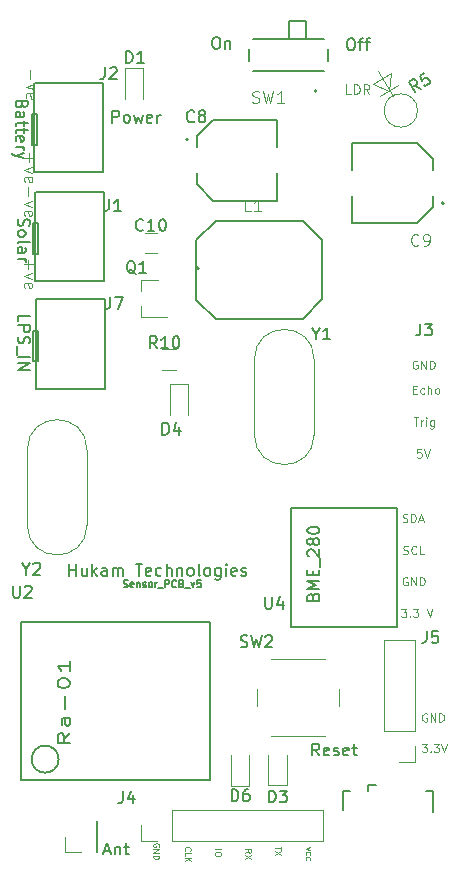
<source format=gto>
G04 #@! TF.GenerationSoftware,KiCad,Pcbnew,5.1.7-a382d34a8~88~ubuntu18.04.1*
G04 #@! TF.CreationDate,2021-05-31T17:25:42+05:30*
G04 #@! TF.ProjectId,Sensor_PCB_v5,53656e73-6f72-45f5-9043-425f76352e6b,rev?*
G04 #@! TF.SameCoordinates,Original*
G04 #@! TF.FileFunction,Legend,Top*
G04 #@! TF.FilePolarity,Positive*
%FSLAX46Y46*%
G04 Gerber Fmt 4.6, Leading zero omitted, Abs format (unit mm)*
G04 Created by KiCad (PCBNEW 5.1.7-a382d34a8~88~ubuntu18.04.1) date 2021-05-31 17:25:42*
%MOMM*%
%LPD*%
G01*
G04 APERTURE LIST*
%ADD10C,0.150000*%
%ADD11C,0.100000*%
%ADD12C,0.080000*%
%ADD13C,0.200000*%
%ADD14C,0.127000*%
%ADD15C,0.120000*%
%ADD16C,0.015000*%
G04 APERTURE END LIST*
D10*
X23923999Y-43991756D02*
X23923999Y-43515565D01*
X24923999Y-43515565D01*
X23923999Y-44325089D02*
X24923999Y-44325089D01*
X24923999Y-44706041D01*
X24876380Y-44801280D01*
X24828760Y-44848899D01*
X24733522Y-44896518D01*
X24590665Y-44896518D01*
X24495427Y-44848899D01*
X24447808Y-44801280D01*
X24400189Y-44706041D01*
X24400189Y-44325089D01*
X23971618Y-45277470D02*
X23923999Y-45420327D01*
X23923999Y-45658422D01*
X23971618Y-45753660D01*
X24019237Y-45801280D01*
X24114475Y-45848899D01*
X24209713Y-45848899D01*
X24304951Y-45801280D01*
X24352570Y-45753660D01*
X24400189Y-45658422D01*
X24447808Y-45467946D01*
X24495427Y-45372708D01*
X24543046Y-45325089D01*
X24638284Y-45277470D01*
X24733522Y-45277470D01*
X24828760Y-45325089D01*
X24876380Y-45372708D01*
X24923999Y-45467946D01*
X24923999Y-45706041D01*
X24876380Y-45848899D01*
X23828760Y-46039375D02*
X23828760Y-46801280D01*
X23923999Y-47039375D02*
X24923999Y-47039375D01*
X23923999Y-47515565D02*
X24923999Y-47515565D01*
X23923999Y-48086994D01*
X24923999Y-48086994D01*
D11*
X58052986Y-54821026D02*
X57719653Y-54821026D01*
X57686320Y-55154360D01*
X57719653Y-55121026D01*
X57786320Y-55087693D01*
X57952986Y-55087693D01*
X58019653Y-55121026D01*
X58052986Y-55154360D01*
X58086320Y-55221026D01*
X58086320Y-55387693D01*
X58052986Y-55454360D01*
X58019653Y-55487693D01*
X57952986Y-55521026D01*
X57786320Y-55521026D01*
X57719653Y-55487693D01*
X57686320Y-55454360D01*
X58286320Y-54821026D02*
X58519653Y-55521026D01*
X58752986Y-54821026D01*
X57405700Y-52126086D02*
X57805700Y-52126086D01*
X57605700Y-52826086D02*
X57605700Y-52126086D01*
X58039033Y-52826086D02*
X58039033Y-52359420D01*
X58039033Y-52492753D02*
X58072366Y-52426086D01*
X58105700Y-52392753D01*
X58172366Y-52359420D01*
X58239033Y-52359420D01*
X58472366Y-52826086D02*
X58472366Y-52359420D01*
X58472366Y-52126086D02*
X58439033Y-52159420D01*
X58472366Y-52192753D01*
X58505700Y-52159420D01*
X58472366Y-52126086D01*
X58472366Y-52192753D01*
X59105700Y-52359420D02*
X59105700Y-52926086D01*
X59072366Y-52992753D01*
X59039033Y-53026086D01*
X58972366Y-53059420D01*
X58872366Y-53059420D01*
X58805700Y-53026086D01*
X59105700Y-52792753D02*
X59039033Y-52826086D01*
X58905700Y-52826086D01*
X58839033Y-52792753D01*
X58805700Y-52759420D01*
X58772366Y-52692753D01*
X58772366Y-52492753D01*
X58805700Y-52426086D01*
X58839033Y-52392753D01*
X58905700Y-52359420D01*
X59039033Y-52359420D01*
X59105700Y-52392753D01*
X57379846Y-49751780D02*
X57613180Y-49751780D01*
X57713180Y-50118446D02*
X57379846Y-50118446D01*
X57379846Y-49418446D01*
X57713180Y-49418446D01*
X58313180Y-50085113D02*
X58246513Y-50118446D01*
X58113180Y-50118446D01*
X58046513Y-50085113D01*
X58013180Y-50051780D01*
X57979846Y-49985113D01*
X57979846Y-49785113D01*
X58013180Y-49718446D01*
X58046513Y-49685113D01*
X58113180Y-49651780D01*
X58246513Y-49651780D01*
X58313180Y-49685113D01*
X58613180Y-50118446D02*
X58613180Y-49418446D01*
X58913180Y-50118446D02*
X58913180Y-49751780D01*
X58879846Y-49685113D01*
X58813180Y-49651780D01*
X58713180Y-49651780D01*
X58646513Y-49685113D01*
X58613180Y-49718446D01*
X59346513Y-50118446D02*
X59279846Y-50085113D01*
X59246513Y-50051780D01*
X59213180Y-49985113D01*
X59213180Y-49785113D01*
X59246513Y-49718446D01*
X59279846Y-49685113D01*
X59346513Y-49651780D01*
X59446513Y-49651780D01*
X59513180Y-49685113D01*
X59546513Y-49718446D01*
X59579846Y-49785113D01*
X59579846Y-49985113D01*
X59546513Y-50051780D01*
X59513180Y-50085113D01*
X59446513Y-50118446D01*
X59346513Y-50118446D01*
X58125806Y-79768906D02*
X58559140Y-79768906D01*
X58325806Y-80035573D01*
X58425806Y-80035573D01*
X58492473Y-80068906D01*
X58525806Y-80102240D01*
X58559140Y-80168906D01*
X58559140Y-80335573D01*
X58525806Y-80402240D01*
X58492473Y-80435573D01*
X58425806Y-80468906D01*
X58225806Y-80468906D01*
X58159140Y-80435573D01*
X58125806Y-80402240D01*
X58859140Y-80402240D02*
X58892473Y-80435573D01*
X58859140Y-80468906D01*
X58825806Y-80435573D01*
X58859140Y-80402240D01*
X58859140Y-80468906D01*
X59125806Y-79768906D02*
X59559140Y-79768906D01*
X59325806Y-80035573D01*
X59425806Y-80035573D01*
X59492473Y-80068906D01*
X59525806Y-80102240D01*
X59559140Y-80168906D01*
X59559140Y-80335573D01*
X59525806Y-80402240D01*
X59492473Y-80435573D01*
X59425806Y-80468906D01*
X59225806Y-80468906D01*
X59159140Y-80435573D01*
X59125806Y-80402240D01*
X59759140Y-79768906D02*
X59992473Y-80468906D01*
X60225806Y-79768906D01*
X58516586Y-77213980D02*
X58449920Y-77180646D01*
X58349920Y-77180646D01*
X58249920Y-77213980D01*
X58183253Y-77280646D01*
X58149920Y-77347313D01*
X58116586Y-77480646D01*
X58116586Y-77580646D01*
X58149920Y-77713980D01*
X58183253Y-77780646D01*
X58249920Y-77847313D01*
X58349920Y-77880646D01*
X58416586Y-77880646D01*
X58516586Y-77847313D01*
X58549920Y-77813980D01*
X58549920Y-77580646D01*
X58416586Y-77580646D01*
X58849920Y-77880646D02*
X58849920Y-77180646D01*
X59249920Y-77880646D01*
X59249920Y-77180646D01*
X59583253Y-77880646D02*
X59583253Y-77180646D01*
X59749920Y-77180646D01*
X59849920Y-77213980D01*
X59916586Y-77280646D01*
X59949920Y-77347313D01*
X59983253Y-77480646D01*
X59983253Y-77580646D01*
X59949920Y-77713980D01*
X59916586Y-77780646D01*
X59849920Y-77847313D01*
X59749920Y-77880646D01*
X59583253Y-77880646D01*
D12*
X43169709Y-88969066D02*
X43407804Y-88802400D01*
X43169709Y-88683352D02*
X43669709Y-88683352D01*
X43669709Y-88873828D01*
X43645900Y-88921447D01*
X43622090Y-88945257D01*
X43574471Y-88969066D01*
X43503042Y-88969066D01*
X43455423Y-88945257D01*
X43431614Y-88921447D01*
X43407804Y-88873828D01*
X43407804Y-88683352D01*
X43669709Y-89135733D02*
X43169709Y-89469066D01*
X43669709Y-89469066D02*
X43169709Y-89135733D01*
X46186849Y-88460627D02*
X46186849Y-88746341D01*
X45686849Y-88603484D02*
X46186849Y-88603484D01*
X46186849Y-88865389D02*
X45686849Y-89198722D01*
X46186849Y-89198722D02*
X45686849Y-88865389D01*
D11*
X52101819Y-24733204D02*
X51720866Y-24733204D01*
X51720866Y-23933204D01*
X52368485Y-24733204D02*
X52368485Y-23933204D01*
X52558961Y-23933204D01*
X52673247Y-23971300D01*
X52749438Y-24047490D01*
X52787533Y-24123680D01*
X52825628Y-24276061D01*
X52825628Y-24390347D01*
X52787533Y-24542728D01*
X52749438Y-24618919D01*
X52673247Y-24695109D01*
X52558961Y-24733204D01*
X52368485Y-24733204D01*
X53625628Y-24733204D02*
X53358961Y-24352252D01*
X53168485Y-24733204D02*
X53168485Y-23933204D01*
X53473247Y-23933204D01*
X53549438Y-23971300D01*
X53587533Y-24009395D01*
X53625628Y-24085585D01*
X53625628Y-24199871D01*
X53587533Y-24276061D01*
X53549438Y-24314157D01*
X53473247Y-24352252D01*
X53168485Y-24352252D01*
X24795171Y-38763723D02*
X24795171Y-39525628D01*
X24414219Y-39144676D02*
X25176123Y-39144676D01*
X25080885Y-39906580D02*
X24414219Y-40144676D01*
X25080885Y-40382771D01*
X24461838Y-41144676D02*
X24414219Y-41049438D01*
X24414219Y-40858961D01*
X24461838Y-40763723D01*
X24557076Y-40716104D01*
X24938028Y-40716104D01*
X25033266Y-40763723D01*
X25080885Y-40858961D01*
X25080885Y-41049438D01*
X25033266Y-41144676D01*
X24938028Y-41192295D01*
X24842790Y-41192295D01*
X24747552Y-40716104D01*
X24795171Y-32649943D02*
X24795171Y-33411848D01*
X25080885Y-33792800D02*
X24414219Y-34030896D01*
X25080885Y-34268991D01*
X24461838Y-35030896D02*
X24414219Y-34935658D01*
X24414219Y-34745181D01*
X24461838Y-34649943D01*
X24557076Y-34602324D01*
X24938028Y-34602324D01*
X25033266Y-34649943D01*
X25080885Y-34745181D01*
X25080885Y-34935658D01*
X25033266Y-35030896D01*
X24938028Y-35078515D01*
X24842790Y-35078515D01*
X24747552Y-34602324D01*
D10*
X23933518Y-35334795D02*
X23885899Y-35477652D01*
X23885899Y-35715747D01*
X23933518Y-35810985D01*
X23981137Y-35858604D01*
X24076375Y-35906223D01*
X24171613Y-35906223D01*
X24266851Y-35858604D01*
X24314470Y-35810985D01*
X24362089Y-35715747D01*
X24409708Y-35525271D01*
X24457327Y-35430033D01*
X24504946Y-35382414D01*
X24600184Y-35334795D01*
X24695422Y-35334795D01*
X24790660Y-35382414D01*
X24838280Y-35430033D01*
X24885899Y-35525271D01*
X24885899Y-35763366D01*
X24838280Y-35906223D01*
X23885899Y-36477652D02*
X23933518Y-36382414D01*
X23981137Y-36334795D01*
X24076375Y-36287176D01*
X24362089Y-36287176D01*
X24457327Y-36334795D01*
X24504946Y-36382414D01*
X24552565Y-36477652D01*
X24552565Y-36620509D01*
X24504946Y-36715747D01*
X24457327Y-36763366D01*
X24362089Y-36810985D01*
X24076375Y-36810985D01*
X23981137Y-36763366D01*
X23933518Y-36715747D01*
X23885899Y-36620509D01*
X23885899Y-36477652D01*
X23885899Y-37382414D02*
X23933518Y-37287176D01*
X24028756Y-37239557D01*
X24885899Y-37239557D01*
X23885899Y-38191938D02*
X24409708Y-38191938D01*
X24504946Y-38144319D01*
X24552565Y-38049080D01*
X24552565Y-37858604D01*
X24504946Y-37763366D01*
X23933518Y-38191938D02*
X23885899Y-38096700D01*
X23885899Y-37858604D01*
X23933518Y-37763366D01*
X24028756Y-37715747D01*
X24123994Y-37715747D01*
X24219232Y-37763366D01*
X24266851Y-37858604D01*
X24266851Y-38096700D01*
X24314470Y-38191938D01*
X23885899Y-38668128D02*
X24552565Y-38668128D01*
X24362089Y-38668128D02*
X24457327Y-38715747D01*
X24504946Y-38763366D01*
X24552565Y-38858604D01*
X24552565Y-38953842D01*
D11*
X24815491Y-29774663D02*
X24815491Y-30536568D01*
X24434539Y-30155616D02*
X25196443Y-30155616D01*
X25101205Y-30917520D02*
X24434539Y-31155616D01*
X25101205Y-31393711D01*
X24482158Y-32155616D02*
X24434539Y-32060378D01*
X24434539Y-31869901D01*
X24482158Y-31774663D01*
X24577396Y-31727044D01*
X24958348Y-31727044D01*
X25053586Y-31774663D01*
X25101205Y-31869901D01*
X25101205Y-32060378D01*
X25053586Y-32155616D01*
X24958348Y-32203235D01*
X24863110Y-32203235D01*
X24767872Y-31727044D01*
D10*
X31233549Y-88832986D02*
X31709740Y-88832986D01*
X31138311Y-89118700D02*
X31471644Y-88118700D01*
X31804978Y-89118700D01*
X32138311Y-88452034D02*
X32138311Y-89118700D01*
X32138311Y-88547272D02*
X32185930Y-88499653D01*
X32281168Y-88452034D01*
X32424025Y-88452034D01*
X32519263Y-88499653D01*
X32566882Y-88594891D01*
X32566882Y-89118700D01*
X32900216Y-88452034D02*
X33281168Y-88452034D01*
X33043073Y-88118700D02*
X33043073Y-88975843D01*
X33090692Y-89071081D01*
X33185930Y-89118700D01*
X33281168Y-89118700D01*
D12*
X35835400Y-88460627D02*
X35859209Y-88413008D01*
X35859209Y-88341580D01*
X35835400Y-88270151D01*
X35787780Y-88222532D01*
X35740161Y-88198722D01*
X35644923Y-88174913D01*
X35573495Y-88174913D01*
X35478257Y-88198722D01*
X35430638Y-88222532D01*
X35383019Y-88270151D01*
X35359209Y-88341580D01*
X35359209Y-88389199D01*
X35383019Y-88460627D01*
X35406828Y-88484437D01*
X35573495Y-88484437D01*
X35573495Y-88389199D01*
X35359209Y-88698722D02*
X35859209Y-88698722D01*
X35359209Y-88984437D01*
X35859209Y-88984437D01*
X35359209Y-89222532D02*
X35859209Y-89222532D01*
X35859209Y-89341580D01*
X35835400Y-89413008D01*
X35787780Y-89460627D01*
X35740161Y-89484437D01*
X35644923Y-89508246D01*
X35573495Y-89508246D01*
X35478257Y-89484437D01*
X35430638Y-89460627D01*
X35383019Y-89413008D01*
X35359209Y-89341580D01*
X35359209Y-89222532D01*
X38063668Y-88813200D02*
X38039859Y-88789391D01*
X38016049Y-88717962D01*
X38016049Y-88670343D01*
X38039859Y-88598915D01*
X38087478Y-88551296D01*
X38135097Y-88527486D01*
X38230335Y-88503677D01*
X38301763Y-88503677D01*
X38397001Y-88527486D01*
X38444620Y-88551296D01*
X38492240Y-88598915D01*
X38516049Y-88670343D01*
X38516049Y-88717962D01*
X38492240Y-88789391D01*
X38468430Y-88813200D01*
X38016049Y-89265581D02*
X38016049Y-89027486D01*
X38516049Y-89027486D01*
X38016049Y-89432248D02*
X38516049Y-89432248D01*
X38016049Y-89717962D02*
X38301763Y-89503677D01*
X38516049Y-89717962D02*
X38230335Y-89432248D01*
X40594149Y-88701595D02*
X41094149Y-88701595D01*
X41094149Y-89034928D02*
X41094149Y-89130166D01*
X41070340Y-89177785D01*
X41022720Y-89225404D01*
X40927482Y-89249214D01*
X40760816Y-89249214D01*
X40665578Y-89225404D01*
X40617959Y-89177785D01*
X40594149Y-89130166D01*
X40594149Y-89034928D01*
X40617959Y-88987309D01*
X40665578Y-88939690D01*
X40760816Y-88915880D01*
X40927482Y-88915880D01*
X41022720Y-88939690D01*
X41070340Y-88987309D01*
X41094149Y-89034928D01*
X48618602Y-88502240D02*
X48285269Y-88621288D01*
X48618602Y-88740336D01*
X48309079Y-89145098D02*
X48285269Y-89097479D01*
X48285269Y-89002240D01*
X48309079Y-88954621D01*
X48332888Y-88930812D01*
X48380507Y-88907002D01*
X48523364Y-88907002D01*
X48570983Y-88930812D01*
X48594793Y-88954621D01*
X48618602Y-89002240D01*
X48618602Y-89097479D01*
X48594793Y-89145098D01*
X48309079Y-89573669D02*
X48285269Y-89526050D01*
X48285269Y-89430812D01*
X48309079Y-89383193D01*
X48332888Y-89359383D01*
X48380507Y-89335574D01*
X48523364Y-89335574D01*
X48570983Y-89359383D01*
X48594793Y-89383193D01*
X48618602Y-89430812D01*
X48618602Y-89526050D01*
X48594793Y-89573669D01*
D13*
X40600380Y-19907000D02*
X40790857Y-19907000D01*
X40886095Y-19954620D01*
X40981333Y-20049858D01*
X41028952Y-20240334D01*
X41028952Y-20573667D01*
X40981333Y-20764143D01*
X40886095Y-20859381D01*
X40790857Y-20907000D01*
X40600380Y-20907000D01*
X40505142Y-20859381D01*
X40409904Y-20764143D01*
X40362285Y-20573667D01*
X40362285Y-20240334D01*
X40409904Y-20049858D01*
X40505142Y-19954620D01*
X40600380Y-19907000D01*
X41457523Y-20240334D02*
X41457523Y-20907000D01*
X41457523Y-20335572D02*
X41505142Y-20287953D01*
X41600380Y-20240334D01*
X41743238Y-20240334D01*
X41838476Y-20287953D01*
X41886095Y-20383191D01*
X41886095Y-20907000D01*
X52007853Y-20028920D02*
X52198329Y-20028920D01*
X52293567Y-20076540D01*
X52388805Y-20171778D01*
X52436424Y-20362254D01*
X52436424Y-20695587D01*
X52388805Y-20886063D01*
X52293567Y-20981301D01*
X52198329Y-21028920D01*
X52007853Y-21028920D01*
X51912615Y-20981301D01*
X51817377Y-20886063D01*
X51769758Y-20695587D01*
X51769758Y-20362254D01*
X51817377Y-20171778D01*
X51912615Y-20076540D01*
X52007853Y-20028920D01*
X52722139Y-20362254D02*
X53103091Y-20362254D01*
X52864996Y-21028920D02*
X52864996Y-20171778D01*
X52912615Y-20076540D01*
X53007853Y-20028920D01*
X53103091Y-20028920D01*
X53293567Y-20362254D02*
X53674520Y-20362254D01*
X53436424Y-21028920D02*
X53436424Y-20171778D01*
X53484043Y-20076540D01*
X53579281Y-20028920D01*
X53674520Y-20028920D01*
D11*
X24942491Y-22728703D02*
X24942491Y-23490608D01*
X25228205Y-23871560D02*
X24561539Y-24109656D01*
X25228205Y-24347751D01*
X24609158Y-25109656D02*
X24561539Y-25014418D01*
X24561539Y-24823941D01*
X24609158Y-24728703D01*
X24704396Y-24681084D01*
X25085348Y-24681084D01*
X25180586Y-24728703D01*
X25228205Y-24823941D01*
X25228205Y-25014418D01*
X25180586Y-25109656D01*
X25085348Y-25157275D01*
X24990110Y-25157275D01*
X24894872Y-24681084D01*
X56365620Y-68321126D02*
X56798953Y-68321126D01*
X56565620Y-68587793D01*
X56665620Y-68587793D01*
X56732286Y-68621126D01*
X56765620Y-68654460D01*
X56798953Y-68721126D01*
X56798953Y-68887793D01*
X56765620Y-68954460D01*
X56732286Y-68987793D01*
X56665620Y-69021126D01*
X56465620Y-69021126D01*
X56398953Y-68987793D01*
X56365620Y-68954460D01*
X57098953Y-68954460D02*
X57132286Y-68987793D01*
X57098953Y-69021126D01*
X57065620Y-68987793D01*
X57098953Y-68954460D01*
X57098953Y-69021126D01*
X57365620Y-68321126D02*
X57798953Y-68321126D01*
X57565620Y-68587793D01*
X57665620Y-68587793D01*
X57732286Y-68621126D01*
X57765620Y-68654460D01*
X57798953Y-68721126D01*
X57798953Y-68887793D01*
X57765620Y-68954460D01*
X57732286Y-68987793D01*
X57665620Y-69021126D01*
X57465620Y-69021126D01*
X57398953Y-68987793D01*
X57365620Y-68954460D01*
X58532286Y-68321126D02*
X58765620Y-69021126D01*
X58998953Y-68321126D01*
X56875746Y-65679840D02*
X56809080Y-65646506D01*
X56709080Y-65646506D01*
X56609080Y-65679840D01*
X56542413Y-65746506D01*
X56509080Y-65813173D01*
X56475746Y-65946506D01*
X56475746Y-66046506D01*
X56509080Y-66179840D01*
X56542413Y-66246506D01*
X56609080Y-66313173D01*
X56709080Y-66346506D01*
X56775746Y-66346506D01*
X56875746Y-66313173D01*
X56909080Y-66279840D01*
X56909080Y-66046506D01*
X56775746Y-66046506D01*
X57209080Y-66346506D02*
X57209080Y-65646506D01*
X57609080Y-66346506D01*
X57609080Y-65646506D01*
X57942413Y-66346506D02*
X57942413Y-65646506D01*
X58109080Y-65646506D01*
X58209080Y-65679840D01*
X58275746Y-65746506D01*
X58309080Y-65813173D01*
X58342413Y-65946506D01*
X58342413Y-66046506D01*
X58309080Y-66179840D01*
X58275746Y-66246506D01*
X58209080Y-66313173D01*
X58109080Y-66346506D01*
X57942413Y-66346506D01*
X56537646Y-63671573D02*
X56637646Y-63704906D01*
X56804313Y-63704906D01*
X56870980Y-63671573D01*
X56904313Y-63638240D01*
X56937646Y-63571573D01*
X56937646Y-63504906D01*
X56904313Y-63438240D01*
X56870980Y-63404906D01*
X56804313Y-63371573D01*
X56670980Y-63338240D01*
X56604313Y-63304906D01*
X56570980Y-63271573D01*
X56537646Y-63204906D01*
X56537646Y-63138240D01*
X56570980Y-63071573D01*
X56604313Y-63038240D01*
X56670980Y-63004906D01*
X56837646Y-63004906D01*
X56937646Y-63038240D01*
X57637646Y-63638240D02*
X57604313Y-63671573D01*
X57504313Y-63704906D01*
X57437646Y-63704906D01*
X57337646Y-63671573D01*
X57270980Y-63604906D01*
X57237646Y-63538240D01*
X57204313Y-63404906D01*
X57204313Y-63304906D01*
X57237646Y-63171573D01*
X57270980Y-63104906D01*
X57337646Y-63038240D01*
X57437646Y-63004906D01*
X57504313Y-63004906D01*
X57604313Y-63038240D01*
X57637646Y-63071573D01*
X58270980Y-63704906D02*
X57937646Y-63704906D01*
X57937646Y-63004906D01*
X56485420Y-60958853D02*
X56585420Y-60992186D01*
X56752086Y-60992186D01*
X56818753Y-60958853D01*
X56852086Y-60925520D01*
X56885420Y-60858853D01*
X56885420Y-60792186D01*
X56852086Y-60725520D01*
X56818753Y-60692186D01*
X56752086Y-60658853D01*
X56618753Y-60625520D01*
X56552086Y-60592186D01*
X56518753Y-60558853D01*
X56485420Y-60492186D01*
X56485420Y-60425520D01*
X56518753Y-60358853D01*
X56552086Y-60325520D01*
X56618753Y-60292186D01*
X56785420Y-60292186D01*
X56885420Y-60325520D01*
X57185420Y-60992186D02*
X57185420Y-60292186D01*
X57352086Y-60292186D01*
X57452086Y-60325520D01*
X57518753Y-60392186D01*
X57552086Y-60458853D01*
X57585420Y-60592186D01*
X57585420Y-60692186D01*
X57552086Y-60825520D01*
X57518753Y-60892186D01*
X57452086Y-60958853D01*
X57352086Y-60992186D01*
X57185420Y-60992186D01*
X57852086Y-60792186D02*
X58185420Y-60792186D01*
X57785420Y-60992186D02*
X58018753Y-60292186D01*
X58252086Y-60992186D01*
X57716486Y-47335960D02*
X57649820Y-47302626D01*
X57549820Y-47302626D01*
X57449820Y-47335960D01*
X57383153Y-47402626D01*
X57349820Y-47469293D01*
X57316486Y-47602626D01*
X57316486Y-47702626D01*
X57349820Y-47835960D01*
X57383153Y-47902626D01*
X57449820Y-47969293D01*
X57549820Y-48002626D01*
X57616486Y-48002626D01*
X57716486Y-47969293D01*
X57749820Y-47935960D01*
X57749820Y-47702626D01*
X57616486Y-47702626D01*
X58049820Y-48002626D02*
X58049820Y-47302626D01*
X58449820Y-48002626D01*
X58449820Y-47302626D01*
X58783153Y-48002626D02*
X58783153Y-47302626D01*
X58949820Y-47302626D01*
X59049820Y-47335960D01*
X59116486Y-47402626D01*
X59149820Y-47469293D01*
X59183153Y-47602626D01*
X59183153Y-47702626D01*
X59149820Y-47835960D01*
X59116486Y-47902626D01*
X59049820Y-47969293D01*
X58949820Y-48002626D01*
X58783153Y-48002626D01*
D10*
X24242068Y-25622191D02*
X24194449Y-25765048D01*
X24146830Y-25812667D01*
X24051592Y-25860286D01*
X23908735Y-25860286D01*
X23813497Y-25812667D01*
X23765878Y-25765048D01*
X23718259Y-25669810D01*
X23718259Y-25288858D01*
X24718259Y-25288858D01*
X24718259Y-25622191D01*
X24670640Y-25717429D01*
X24623020Y-25765048D01*
X24527782Y-25812667D01*
X24432544Y-25812667D01*
X24337306Y-25765048D01*
X24289687Y-25717429D01*
X24242068Y-25622191D01*
X24242068Y-25288858D01*
X23718259Y-26717429D02*
X24242068Y-26717429D01*
X24337306Y-26669810D01*
X24384925Y-26574572D01*
X24384925Y-26384096D01*
X24337306Y-26288858D01*
X23765878Y-26717429D02*
X23718259Y-26622191D01*
X23718259Y-26384096D01*
X23765878Y-26288858D01*
X23861116Y-26241239D01*
X23956354Y-26241239D01*
X24051592Y-26288858D01*
X24099211Y-26384096D01*
X24099211Y-26622191D01*
X24146830Y-26717429D01*
X24384925Y-27050762D02*
X24384925Y-27431715D01*
X24718259Y-27193620D02*
X23861116Y-27193620D01*
X23765878Y-27241239D01*
X23718259Y-27336477D01*
X23718259Y-27431715D01*
X24384925Y-27622191D02*
X24384925Y-28003143D01*
X24718259Y-27765048D02*
X23861116Y-27765048D01*
X23765878Y-27812667D01*
X23718259Y-27907905D01*
X23718259Y-28003143D01*
X23765878Y-28717429D02*
X23718259Y-28622191D01*
X23718259Y-28431715D01*
X23765878Y-28336477D01*
X23861116Y-28288858D01*
X24242068Y-28288858D01*
X24337306Y-28336477D01*
X24384925Y-28431715D01*
X24384925Y-28622191D01*
X24337306Y-28717429D01*
X24242068Y-28765048D01*
X24146830Y-28765048D01*
X24051592Y-28288858D01*
X23718259Y-29193620D02*
X24384925Y-29193620D01*
X24194449Y-29193620D02*
X24289687Y-29241239D01*
X24337306Y-29288858D01*
X24384925Y-29384096D01*
X24384925Y-29479334D01*
X24384925Y-29717429D02*
X23718259Y-29955524D01*
X24384925Y-30193620D02*
X23718259Y-29955524D01*
X23480163Y-29860286D01*
X23432544Y-29812667D01*
X23384925Y-29717429D01*
X49409504Y-80739240D02*
X49076171Y-80263050D01*
X48838076Y-80739240D02*
X48838076Y-79739240D01*
X49219028Y-79739240D01*
X49314266Y-79786860D01*
X49361885Y-79834479D01*
X49409504Y-79929717D01*
X49409504Y-80072574D01*
X49361885Y-80167812D01*
X49314266Y-80215431D01*
X49219028Y-80263050D01*
X48838076Y-80263050D01*
X50219028Y-80691621D02*
X50123790Y-80739240D01*
X49933314Y-80739240D01*
X49838076Y-80691621D01*
X49790457Y-80596383D01*
X49790457Y-80215431D01*
X49838076Y-80120193D01*
X49933314Y-80072574D01*
X50123790Y-80072574D01*
X50219028Y-80120193D01*
X50266647Y-80215431D01*
X50266647Y-80310669D01*
X49790457Y-80405907D01*
X50647600Y-80691621D02*
X50742838Y-80739240D01*
X50933314Y-80739240D01*
X51028552Y-80691621D01*
X51076171Y-80596383D01*
X51076171Y-80548764D01*
X51028552Y-80453526D01*
X50933314Y-80405907D01*
X50790457Y-80405907D01*
X50695219Y-80358288D01*
X50647600Y-80263050D01*
X50647600Y-80215431D01*
X50695219Y-80120193D01*
X50790457Y-80072574D01*
X50933314Y-80072574D01*
X51028552Y-80120193D01*
X51885695Y-80691621D02*
X51790457Y-80739240D01*
X51599980Y-80739240D01*
X51504742Y-80691621D01*
X51457123Y-80596383D01*
X51457123Y-80215431D01*
X51504742Y-80120193D01*
X51599980Y-80072574D01*
X51790457Y-80072574D01*
X51885695Y-80120193D01*
X51933314Y-80215431D01*
X51933314Y-80310669D01*
X51457123Y-80405907D01*
X52219028Y-80072574D02*
X52599980Y-80072574D01*
X52361885Y-79739240D02*
X52361885Y-80596383D01*
X52409504Y-80691621D01*
X52504742Y-80739240D01*
X52599980Y-80739240D01*
X31902329Y-27152860D02*
X31902329Y-26152860D01*
X32283281Y-26152860D01*
X32378519Y-26200480D01*
X32426139Y-26248099D01*
X32473758Y-26343337D01*
X32473758Y-26486194D01*
X32426139Y-26581432D01*
X32378519Y-26629051D01*
X32283281Y-26676670D01*
X31902329Y-26676670D01*
X33045186Y-27152860D02*
X32949948Y-27105241D01*
X32902329Y-27057622D01*
X32854710Y-26962384D01*
X32854710Y-26676670D01*
X32902329Y-26581432D01*
X32949948Y-26533813D01*
X33045186Y-26486194D01*
X33188043Y-26486194D01*
X33283281Y-26533813D01*
X33330900Y-26581432D01*
X33378519Y-26676670D01*
X33378519Y-26962384D01*
X33330900Y-27057622D01*
X33283281Y-27105241D01*
X33188043Y-27152860D01*
X33045186Y-27152860D01*
X33711853Y-26486194D02*
X33902329Y-27152860D01*
X34092805Y-26676670D01*
X34283281Y-27152860D01*
X34473758Y-26486194D01*
X35235662Y-27105241D02*
X35140424Y-27152860D01*
X34949948Y-27152860D01*
X34854710Y-27105241D01*
X34807091Y-27010003D01*
X34807091Y-26629051D01*
X34854710Y-26533813D01*
X34949948Y-26486194D01*
X35140424Y-26486194D01*
X35235662Y-26533813D01*
X35283281Y-26629051D01*
X35283281Y-26724289D01*
X34807091Y-26819527D01*
X35711853Y-27152860D02*
X35711853Y-26486194D01*
X35711853Y-26676670D02*
X35759472Y-26581432D01*
X35807091Y-26533813D01*
X35902329Y-26486194D01*
X35997567Y-26486194D01*
X32847371Y-66468277D02*
X32933085Y-66496848D01*
X33075942Y-66496848D01*
X33133085Y-66468277D01*
X33161657Y-66439705D01*
X33190228Y-66382562D01*
X33190228Y-66325420D01*
X33161657Y-66268277D01*
X33133085Y-66239705D01*
X33075942Y-66211134D01*
X32961657Y-66182562D01*
X32904514Y-66153991D01*
X32875942Y-66125420D01*
X32847371Y-66068277D01*
X32847371Y-66011134D01*
X32875942Y-65953991D01*
X32904514Y-65925420D01*
X32961657Y-65896848D01*
X33104514Y-65896848D01*
X33190228Y-65925420D01*
X33675942Y-66468277D02*
X33618800Y-66496848D01*
X33504514Y-66496848D01*
X33447371Y-66468277D01*
X33418800Y-66411134D01*
X33418800Y-66182562D01*
X33447371Y-66125420D01*
X33504514Y-66096848D01*
X33618800Y-66096848D01*
X33675942Y-66125420D01*
X33704514Y-66182562D01*
X33704514Y-66239705D01*
X33418800Y-66296848D01*
X33961657Y-66096848D02*
X33961657Y-66496848D01*
X33961657Y-66153991D02*
X33990228Y-66125420D01*
X34047371Y-66096848D01*
X34133085Y-66096848D01*
X34190228Y-66125420D01*
X34218800Y-66182562D01*
X34218800Y-66496848D01*
X34475942Y-66468277D02*
X34533085Y-66496848D01*
X34647371Y-66496848D01*
X34704514Y-66468277D01*
X34733085Y-66411134D01*
X34733085Y-66382562D01*
X34704514Y-66325420D01*
X34647371Y-66296848D01*
X34561657Y-66296848D01*
X34504514Y-66268277D01*
X34475942Y-66211134D01*
X34475942Y-66182562D01*
X34504514Y-66125420D01*
X34561657Y-66096848D01*
X34647371Y-66096848D01*
X34704514Y-66125420D01*
X35075942Y-66496848D02*
X35018800Y-66468277D01*
X34990228Y-66439705D01*
X34961657Y-66382562D01*
X34961657Y-66211134D01*
X34990228Y-66153991D01*
X35018800Y-66125420D01*
X35075942Y-66096848D01*
X35161657Y-66096848D01*
X35218800Y-66125420D01*
X35247371Y-66153991D01*
X35275942Y-66211134D01*
X35275942Y-66382562D01*
X35247371Y-66439705D01*
X35218800Y-66468277D01*
X35161657Y-66496848D01*
X35075942Y-66496848D01*
X35533085Y-66496848D02*
X35533085Y-66096848D01*
X35533085Y-66211134D02*
X35561657Y-66153991D01*
X35590228Y-66125420D01*
X35647371Y-66096848D01*
X35704514Y-66096848D01*
X35761657Y-66553991D02*
X36218800Y-66553991D01*
X36361657Y-66496848D02*
X36361657Y-65896848D01*
X36590228Y-65896848D01*
X36647371Y-65925420D01*
X36675942Y-65953991D01*
X36704514Y-66011134D01*
X36704514Y-66096848D01*
X36675942Y-66153991D01*
X36647371Y-66182562D01*
X36590228Y-66211134D01*
X36361657Y-66211134D01*
X37304514Y-66439705D02*
X37275942Y-66468277D01*
X37190228Y-66496848D01*
X37133085Y-66496848D01*
X37047371Y-66468277D01*
X36990228Y-66411134D01*
X36961657Y-66353991D01*
X36933085Y-66239705D01*
X36933085Y-66153991D01*
X36961657Y-66039705D01*
X36990228Y-65982562D01*
X37047371Y-65925420D01*
X37133085Y-65896848D01*
X37190228Y-65896848D01*
X37275942Y-65925420D01*
X37304514Y-65953991D01*
X37761657Y-66182562D02*
X37847371Y-66211134D01*
X37875942Y-66239705D01*
X37904514Y-66296848D01*
X37904514Y-66382562D01*
X37875942Y-66439705D01*
X37847371Y-66468277D01*
X37790228Y-66496848D01*
X37561657Y-66496848D01*
X37561657Y-65896848D01*
X37761657Y-65896848D01*
X37818800Y-65925420D01*
X37847371Y-65953991D01*
X37875942Y-66011134D01*
X37875942Y-66068277D01*
X37847371Y-66125420D01*
X37818800Y-66153991D01*
X37761657Y-66182562D01*
X37561657Y-66182562D01*
X38018800Y-66553991D02*
X38475942Y-66553991D01*
X38561657Y-66096848D02*
X38704514Y-66496848D01*
X38847371Y-66096848D01*
X39361657Y-65896848D02*
X39075942Y-65896848D01*
X39047371Y-66182562D01*
X39075942Y-66153991D01*
X39133085Y-66125420D01*
X39275942Y-66125420D01*
X39333085Y-66153991D01*
X39361657Y-66182562D01*
X39390228Y-66239705D01*
X39390228Y-66382562D01*
X39361657Y-66439705D01*
X39333085Y-66468277D01*
X39275942Y-66496848D01*
X39133085Y-66496848D01*
X39075942Y-66468277D01*
X39047371Y-66439705D01*
D13*
X28248909Y-65527180D02*
X28248909Y-64527180D01*
X28248909Y-65003371D02*
X28820338Y-65003371D01*
X28820338Y-65527180D02*
X28820338Y-64527180D01*
X29725099Y-64860514D02*
X29725099Y-65527180D01*
X29296528Y-64860514D02*
X29296528Y-65384323D01*
X29344147Y-65479561D01*
X29439385Y-65527180D01*
X29582242Y-65527180D01*
X29677480Y-65479561D01*
X29725099Y-65431942D01*
X30201290Y-65527180D02*
X30201290Y-64527180D01*
X30296528Y-65146228D02*
X30582242Y-65527180D01*
X30582242Y-64860514D02*
X30201290Y-65241466D01*
X31439385Y-65527180D02*
X31439385Y-65003371D01*
X31391766Y-64908133D01*
X31296528Y-64860514D01*
X31106052Y-64860514D01*
X31010814Y-64908133D01*
X31439385Y-65479561D02*
X31344147Y-65527180D01*
X31106052Y-65527180D01*
X31010814Y-65479561D01*
X30963195Y-65384323D01*
X30963195Y-65289085D01*
X31010814Y-65193847D01*
X31106052Y-65146228D01*
X31344147Y-65146228D01*
X31439385Y-65098609D01*
X31915576Y-65527180D02*
X31915576Y-64860514D01*
X31915576Y-64955752D02*
X31963195Y-64908133D01*
X32058433Y-64860514D01*
X32201290Y-64860514D01*
X32296528Y-64908133D01*
X32344147Y-65003371D01*
X32344147Y-65527180D01*
X32344147Y-65003371D02*
X32391766Y-64908133D01*
X32487004Y-64860514D01*
X32629861Y-64860514D01*
X32725099Y-64908133D01*
X32772719Y-65003371D01*
X32772719Y-65527180D01*
X33867957Y-64527180D02*
X34439385Y-64527180D01*
X34153671Y-65527180D02*
X34153671Y-64527180D01*
X35153671Y-65479561D02*
X35058433Y-65527180D01*
X34867957Y-65527180D01*
X34772719Y-65479561D01*
X34725100Y-65384323D01*
X34725100Y-65003371D01*
X34772719Y-64908133D01*
X34867957Y-64860514D01*
X35058433Y-64860514D01*
X35153671Y-64908133D01*
X35201290Y-65003371D01*
X35201290Y-65098609D01*
X34725100Y-65193847D01*
X36058433Y-65479561D02*
X35963195Y-65527180D01*
X35772719Y-65527180D01*
X35677480Y-65479561D01*
X35629861Y-65431942D01*
X35582242Y-65336704D01*
X35582242Y-65050990D01*
X35629861Y-64955752D01*
X35677480Y-64908133D01*
X35772719Y-64860514D01*
X35963195Y-64860514D01*
X36058433Y-64908133D01*
X36487004Y-65527180D02*
X36487004Y-64527180D01*
X36915576Y-65527180D02*
X36915576Y-65003371D01*
X36867957Y-64908133D01*
X36772719Y-64860514D01*
X36629861Y-64860514D01*
X36534623Y-64908133D01*
X36487004Y-64955752D01*
X37391766Y-64860514D02*
X37391766Y-65527180D01*
X37391766Y-64955752D02*
X37439385Y-64908133D01*
X37534623Y-64860514D01*
X37677480Y-64860514D01*
X37772719Y-64908133D01*
X37820338Y-65003371D01*
X37820338Y-65527180D01*
X38439385Y-65527180D02*
X38344147Y-65479561D01*
X38296528Y-65431942D01*
X38248909Y-65336704D01*
X38248909Y-65050990D01*
X38296528Y-64955752D01*
X38344147Y-64908133D01*
X38439385Y-64860514D01*
X38582242Y-64860514D01*
X38677480Y-64908133D01*
X38725100Y-64955752D01*
X38772719Y-65050990D01*
X38772719Y-65336704D01*
X38725100Y-65431942D01*
X38677480Y-65479561D01*
X38582242Y-65527180D01*
X38439385Y-65527180D01*
X39344147Y-65527180D02*
X39248909Y-65479561D01*
X39201290Y-65384323D01*
X39201290Y-64527180D01*
X39867957Y-65527180D02*
X39772719Y-65479561D01*
X39725100Y-65431942D01*
X39677480Y-65336704D01*
X39677480Y-65050990D01*
X39725100Y-64955752D01*
X39772719Y-64908133D01*
X39867957Y-64860514D01*
X40010814Y-64860514D01*
X40106052Y-64908133D01*
X40153671Y-64955752D01*
X40201290Y-65050990D01*
X40201290Y-65336704D01*
X40153671Y-65431942D01*
X40106052Y-65479561D01*
X40010814Y-65527180D01*
X39867957Y-65527180D01*
X41058433Y-64860514D02*
X41058433Y-65670038D01*
X41010814Y-65765276D01*
X40963195Y-65812895D01*
X40867957Y-65860514D01*
X40725100Y-65860514D01*
X40629861Y-65812895D01*
X41058433Y-65479561D02*
X40963195Y-65527180D01*
X40772719Y-65527180D01*
X40677480Y-65479561D01*
X40629861Y-65431942D01*
X40582242Y-65336704D01*
X40582242Y-65050990D01*
X40629861Y-64955752D01*
X40677480Y-64908133D01*
X40772719Y-64860514D01*
X40963195Y-64860514D01*
X41058433Y-64908133D01*
X41534623Y-65527180D02*
X41534623Y-64860514D01*
X41534623Y-64527180D02*
X41487004Y-64574800D01*
X41534623Y-64622419D01*
X41582242Y-64574800D01*
X41534623Y-64527180D01*
X41534623Y-64622419D01*
X42391766Y-65479561D02*
X42296528Y-65527180D01*
X42106052Y-65527180D01*
X42010814Y-65479561D01*
X41963195Y-65384323D01*
X41963195Y-65003371D01*
X42010814Y-64908133D01*
X42106052Y-64860514D01*
X42296528Y-64860514D01*
X42391766Y-64908133D01*
X42439385Y-65003371D01*
X42439385Y-65098609D01*
X41963195Y-65193847D01*
X42820338Y-65479561D02*
X42915576Y-65527180D01*
X43106052Y-65527180D01*
X43201290Y-65479561D01*
X43248909Y-65384323D01*
X43248909Y-65336704D01*
X43201290Y-65241466D01*
X43106052Y-65193847D01*
X42963195Y-65193847D01*
X42867957Y-65146228D01*
X42820338Y-65050990D01*
X42820338Y-65003371D01*
X42867957Y-64908133D01*
X42963195Y-64860514D01*
X43106052Y-64860514D01*
X43201290Y-64908133D01*
D10*
X31233900Y-42106100D02*
X31233900Y-49106100D01*
X31233900Y-49106100D02*
X31233900Y-49606100D01*
X31233900Y-49606100D02*
X31233900Y-49696100D01*
X31233900Y-42106100D02*
X26233900Y-42106100D01*
X26233900Y-42106100D02*
X25433900Y-42106100D01*
X25433900Y-42106100D02*
X25423900Y-42106100D01*
X31193900Y-49686100D02*
X31203900Y-49686100D01*
X30393900Y-49686100D02*
X31193900Y-49686100D01*
X25393900Y-49686100D02*
X30393900Y-49686100D01*
X25393900Y-42186100D02*
X25393900Y-42096100D01*
X25393900Y-49686100D02*
X25393900Y-42686100D01*
X25393900Y-42686100D02*
X25393900Y-42186100D01*
X25613900Y-44816100D02*
X25613900Y-47346100D01*
X25613900Y-47346100D02*
X25213900Y-47346100D01*
X25213900Y-47346100D02*
X25213900Y-44796100D01*
X25213900Y-44796100D02*
X25593900Y-44796100D01*
X25593900Y-44796100D02*
X25593900Y-44786100D01*
D14*
X44815400Y-43753700D02*
X43815400Y-43753700D01*
X43815400Y-35453700D02*
X44815400Y-35453700D01*
D13*
X39215400Y-39503700D02*
G75*
G03*
X39215400Y-39503700I-100000J0D01*
G01*
D14*
X38981400Y-37103700D02*
X40631400Y-35453700D01*
X40631400Y-35453700D02*
X47999400Y-35453700D01*
X47999400Y-35453700D02*
X49649400Y-37103700D01*
X44815400Y-43753700D02*
X43815400Y-43753700D01*
X49649400Y-37103700D02*
X49649400Y-42103700D01*
X49649400Y-42103700D02*
X47999400Y-43753700D01*
X47999400Y-43753700D02*
X40635400Y-43793700D01*
X40635400Y-43793700D02*
X38985400Y-42143700D01*
X38985400Y-42143700D02*
X38981400Y-37103700D01*
X45863700Y-33758100D02*
X40423700Y-33758100D01*
X40423700Y-33758100D02*
X39063700Y-32398100D01*
X39063700Y-28318100D02*
X40423700Y-26958100D01*
X40423700Y-26958100D02*
X45863700Y-26958100D01*
X39063700Y-28318100D02*
X39063700Y-29248100D01*
X39063700Y-32398100D02*
X39063700Y-31468100D01*
D13*
X38313700Y-28608100D02*
G75*
G03*
X38313700Y-28608100I-100000J0D01*
G01*
D14*
X45863700Y-26958100D02*
X45863700Y-29248100D01*
X45863700Y-31468100D02*
X45863700Y-33758100D01*
D10*
X54252600Y-83241000D02*
X53552600Y-83241000D01*
X53552600Y-83241000D02*
X53552600Y-83741000D01*
X59052600Y-85541000D02*
X59052600Y-83741000D01*
X59052600Y-83741000D02*
X58452600Y-83741000D01*
X51452600Y-85341000D02*
X51452600Y-83741000D01*
X51452600Y-83741000D02*
X52052600Y-83741000D01*
X31134800Y-23774900D02*
X31134800Y-30774900D01*
X31134800Y-30774900D02*
X31134800Y-31274900D01*
X31134800Y-31274900D02*
X31134800Y-31364900D01*
X31134800Y-23774900D02*
X26134800Y-23774900D01*
X26134800Y-23774900D02*
X25334800Y-23774900D01*
X25334800Y-23774900D02*
X25324800Y-23774900D01*
X31094800Y-31354900D02*
X31104800Y-31354900D01*
X30294800Y-31354900D02*
X31094800Y-31354900D01*
X25294800Y-31354900D02*
X30294800Y-31354900D01*
X25294800Y-23854900D02*
X25294800Y-23764900D01*
X25294800Y-31354900D02*
X25294800Y-24354900D01*
X25294800Y-24354900D02*
X25294800Y-23854900D01*
X25514800Y-26484900D02*
X25514800Y-29014900D01*
X25514800Y-29014900D02*
X25114800Y-29014900D01*
X25114800Y-29014900D02*
X25114800Y-26464900D01*
X25114800Y-26464900D02*
X25494800Y-26464900D01*
X25494800Y-26464900D02*
X25494800Y-26454900D01*
X31208500Y-33007800D02*
X31208500Y-40007800D01*
X31208500Y-40007800D02*
X31208500Y-40507800D01*
X31208500Y-40507800D02*
X31208500Y-40597800D01*
X31208500Y-33007800D02*
X26208500Y-33007800D01*
X26208500Y-33007800D02*
X25408500Y-33007800D01*
X25408500Y-33007800D02*
X25398500Y-33007800D01*
X31168500Y-40587800D02*
X31178500Y-40587800D01*
X30368500Y-40587800D02*
X31168500Y-40587800D01*
X25368500Y-40587800D02*
X30368500Y-40587800D01*
X25368500Y-33087800D02*
X25368500Y-32997800D01*
X25368500Y-40587800D02*
X25368500Y-33587800D01*
X25368500Y-33587800D02*
X25368500Y-33087800D01*
X25588500Y-35717800D02*
X25588500Y-38247800D01*
X25588500Y-38247800D02*
X25188500Y-38247800D01*
X25188500Y-38247800D02*
X25188500Y-35697800D01*
X25188500Y-35697800D02*
X25568500Y-35697800D01*
X25568500Y-35697800D02*
X25568500Y-35687800D01*
X48027500Y-69824100D02*
X56027500Y-69824100D01*
X56027500Y-69824100D02*
X56027500Y-59824100D01*
X56027500Y-59824100D02*
X48027500Y-59824100D01*
X48027500Y-59824100D02*
X47027500Y-59824100D01*
X47027500Y-59824100D02*
X47027500Y-69824100D01*
X47027500Y-69824100D02*
X48027500Y-69824100D01*
D15*
X49709400Y-87999900D02*
X49709400Y-85339900D01*
X36949400Y-87999900D02*
X49709400Y-87999900D01*
X36949400Y-85339900D02*
X49709400Y-85339900D01*
X36949400Y-87999900D02*
X36949400Y-85339900D01*
X35679400Y-87999900D02*
X34349400Y-87999900D01*
X34349400Y-87999900D02*
X34349400Y-86669900D01*
D13*
X49182500Y-24474900D02*
G75*
G03*
X49182500Y-24474900I-100000J0D01*
G01*
D14*
X48332500Y-20074900D02*
X48332500Y-18574900D01*
X48332500Y-18574900D02*
X46832500Y-18574900D01*
X46832500Y-18574900D02*
X46832500Y-20074900D01*
X50182500Y-21924900D02*
X50182500Y-20924900D01*
X49832500Y-22774900D02*
X43832500Y-22774900D01*
X49832500Y-20074900D02*
X43832500Y-20074900D01*
X43482500Y-21924900D02*
X43482500Y-20924900D01*
D15*
X38341200Y-49283800D02*
X38341200Y-51883800D01*
X36741200Y-49283800D02*
X36741200Y-51883800D01*
X38341200Y-49283800D02*
X36741200Y-49283800D01*
X57530000Y-81256200D02*
X56200000Y-81256200D01*
X57530000Y-79926200D02*
X57530000Y-81256200D01*
X57530000Y-78656200D02*
X54870000Y-78656200D01*
X54870000Y-78656200D02*
X54870000Y-70976200D01*
X57530000Y-78656200D02*
X57530000Y-70976200D01*
X57530000Y-70976200D02*
X54870000Y-70976200D01*
D10*
X40194700Y-69456400D02*
X40204700Y-82856400D01*
X24204700Y-69456400D02*
X40194700Y-69456400D01*
X24204700Y-82856400D02*
X24204700Y-69456400D01*
X40204700Y-82856400D02*
X24204700Y-82856400D01*
X27344875Y-81056400D02*
G75*
G03*
X27344875Y-81056400I-1140175J0D01*
G01*
D15*
X27925700Y-88939700D02*
X27925700Y-87609700D01*
X29255700Y-88939700D02*
X27925700Y-88939700D01*
X30525700Y-88939700D02*
X30525700Y-86279700D01*
X30525700Y-86279700D02*
X30585700Y-86279700D01*
X30525700Y-88939700D02*
X30585700Y-88939700D01*
X30585700Y-88939700D02*
X30585700Y-86279700D01*
X34533700Y-22535100D02*
X34533700Y-25135100D01*
X32933700Y-22535100D02*
X32933700Y-25135100D01*
X34533700Y-22535100D02*
X32933700Y-22535100D01*
X55619500Y-24915504D02*
X54384500Y-22776421D01*
X54580937Y-24894660D02*
X56120730Y-24005660D01*
X55350834Y-24450160D02*
X53988270Y-23868131D01*
X53988270Y-23868131D02*
X55528063Y-22979131D01*
X55528063Y-22979131D02*
X55350834Y-24450160D01*
X57734500Y-26136600D02*
G75*
G03*
X57734500Y-26136600I-1410000J0D01*
G01*
X48979100Y-47190100D02*
X48979100Y-53590100D01*
X43929100Y-47190100D02*
X43929100Y-53590100D01*
X43929100Y-53590100D02*
G75*
G03*
X48979100Y-53590100I2525000J0D01*
G01*
X43929100Y-47190100D02*
G75*
G02*
X48979100Y-47190100I2525000J0D01*
G01*
X24698700Y-54838100D02*
X24698700Y-61238100D01*
X29748700Y-54838100D02*
X29748700Y-61238100D01*
X24698700Y-54838100D02*
G75*
G02*
X29748700Y-54838100I2525000J0D01*
G01*
X24698700Y-61238100D02*
G75*
G03*
X29748700Y-61238100I2525000J0D01*
G01*
X49871100Y-72579600D02*
X45371100Y-72579600D01*
X51121100Y-76579600D02*
X51121100Y-75079600D01*
X45371100Y-79079600D02*
X49871100Y-79079600D01*
X44121100Y-75079600D02*
X44121100Y-76579600D01*
D14*
X52220900Y-28850400D02*
X57660900Y-28850400D01*
X57660900Y-28850400D02*
X59020900Y-30210400D01*
X59020900Y-34290400D02*
X57660900Y-35650400D01*
X57660900Y-35650400D02*
X52220900Y-35650400D01*
X59020900Y-34290400D02*
X59020900Y-33360400D01*
X59020900Y-30210400D02*
X59020900Y-31140400D01*
D13*
X59970900Y-34000400D02*
G75*
G03*
X59970900Y-34000400I-100000J0D01*
G01*
D14*
X52220900Y-35650400D02*
X52220900Y-33360400D01*
X52220900Y-31140400D02*
X52220900Y-28850400D01*
D15*
X35656100Y-36515900D02*
X34656100Y-36515900D01*
X34656100Y-38215900D02*
X35656100Y-38215900D01*
X45085100Y-83271200D02*
X46685100Y-83271200D01*
X46685100Y-83271200D02*
X46685100Y-80671200D01*
X45085100Y-83271200D02*
X45085100Y-80671200D01*
X41907600Y-83286400D02*
X41907600Y-80686400D01*
X43507600Y-83286400D02*
X43507600Y-80686400D01*
X41907600Y-83286400D02*
X43507600Y-83286400D01*
X34332600Y-40472200D02*
X34332600Y-41402200D01*
X34332600Y-43632200D02*
X34332600Y-42702200D01*
X34332600Y-43632200D02*
X36492600Y-43632200D01*
X34332600Y-40472200D02*
X35792600Y-40472200D01*
X36075000Y-46366500D02*
X37275000Y-46366500D01*
X37275000Y-48126500D02*
X36075000Y-48126500D01*
D10*
X31721486Y-41908500D02*
X31721486Y-42622786D01*
X31673867Y-42765643D01*
X31578629Y-42860881D01*
X31435772Y-42908500D01*
X31340534Y-42908500D01*
X32102439Y-41908500D02*
X32769105Y-41908500D01*
X32340534Y-42908500D01*
D16*
X43623733Y-34671080D02*
X43147542Y-34671080D01*
X43147542Y-33671080D01*
X44480876Y-34671080D02*
X43909447Y-34671080D01*
X44195161Y-34671080D02*
X44195161Y-33671080D01*
X44099923Y-33813938D01*
X44004685Y-33909176D01*
X43909447Y-33956795D01*
D10*
X38829933Y-27029702D02*
X38782314Y-27077321D01*
X38639457Y-27124940D01*
X38544219Y-27124940D01*
X38401361Y-27077321D01*
X38306123Y-26982083D01*
X38258504Y-26886845D01*
X38210885Y-26696369D01*
X38210885Y-26553512D01*
X38258504Y-26363036D01*
X38306123Y-26267798D01*
X38401361Y-26172560D01*
X38544219Y-26124940D01*
X38639457Y-26124940D01*
X38782314Y-26172560D01*
X38829933Y-26220179D01*
X39401361Y-26553512D02*
X39306123Y-26505893D01*
X39258504Y-26458274D01*
X39210885Y-26363036D01*
X39210885Y-26315417D01*
X39258504Y-26220179D01*
X39306123Y-26172560D01*
X39401361Y-26124940D01*
X39591838Y-26124940D01*
X39687076Y-26172560D01*
X39734695Y-26220179D01*
X39782314Y-26315417D01*
X39782314Y-26363036D01*
X39734695Y-26458274D01*
X39687076Y-26505893D01*
X39591838Y-26553512D01*
X39401361Y-26553512D01*
X39306123Y-26601131D01*
X39258504Y-26648750D01*
X39210885Y-26743988D01*
X39210885Y-26934464D01*
X39258504Y-27029702D01*
X39306123Y-27077321D01*
X39401361Y-27124940D01*
X39591838Y-27124940D01*
X39687076Y-27077321D01*
X39734695Y-27029702D01*
X39782314Y-26934464D01*
X39782314Y-26743988D01*
X39734695Y-26648750D01*
X39687076Y-26601131D01*
X39591838Y-26553512D01*
X31274426Y-22482560D02*
X31274426Y-23196846D01*
X31226807Y-23339703D01*
X31131569Y-23434941D01*
X30988712Y-23482560D01*
X30893474Y-23482560D01*
X31702998Y-22577799D02*
X31750617Y-22530180D01*
X31845855Y-22482560D01*
X32083950Y-22482560D01*
X32179188Y-22530180D01*
X32226807Y-22577799D01*
X32274426Y-22673037D01*
X32274426Y-22768275D01*
X32226807Y-22911132D01*
X31655379Y-23482560D01*
X32274426Y-23482560D01*
X31619886Y-33648400D02*
X31619886Y-34362686D01*
X31572267Y-34505543D01*
X31477029Y-34600781D01*
X31334172Y-34648400D01*
X31238934Y-34648400D01*
X32619886Y-34648400D02*
X32048458Y-34648400D01*
X32334172Y-34648400D02*
X32334172Y-33648400D01*
X32238934Y-33791258D01*
X32143696Y-33886496D01*
X32048458Y-33934115D01*
X44833615Y-67313540D02*
X44833615Y-68123064D01*
X44881234Y-68218302D01*
X44928853Y-68265921D01*
X45024091Y-68313540D01*
X45214567Y-68313540D01*
X45309805Y-68265921D01*
X45357424Y-68218302D01*
X45405043Y-68123064D01*
X45405043Y-67313540D01*
X46309805Y-67646874D02*
X46309805Y-68313540D01*
X46071710Y-67265921D02*
X45833615Y-67980207D01*
X46452662Y-67980207D01*
X48894691Y-67293144D02*
X48942310Y-67150287D01*
X48989929Y-67102668D01*
X49085167Y-67055049D01*
X49228024Y-67055049D01*
X49323262Y-67102668D01*
X49370881Y-67150287D01*
X49418500Y-67245525D01*
X49418500Y-67626478D01*
X48418500Y-67626478D01*
X48418500Y-67293144D01*
X48466120Y-67197906D01*
X48513739Y-67150287D01*
X48608977Y-67102668D01*
X48704215Y-67102668D01*
X48799453Y-67150287D01*
X48847072Y-67197906D01*
X48894691Y-67293144D01*
X48894691Y-67626478D01*
X49418500Y-66626478D02*
X48418500Y-66626478D01*
X49132786Y-66293144D01*
X48418500Y-65959811D01*
X49418500Y-65959811D01*
X48894691Y-65483620D02*
X48894691Y-65150287D01*
X49418500Y-65007430D02*
X49418500Y-65483620D01*
X48418500Y-65483620D01*
X48418500Y-65007430D01*
X49513739Y-64816954D02*
X49513739Y-64055049D01*
X48513739Y-63864573D02*
X48466120Y-63816954D01*
X48418500Y-63721716D01*
X48418500Y-63483620D01*
X48466120Y-63388382D01*
X48513739Y-63340763D01*
X48608977Y-63293144D01*
X48704215Y-63293144D01*
X48847072Y-63340763D01*
X49418500Y-63912192D01*
X49418500Y-63293144D01*
X48847072Y-62721716D02*
X48799453Y-62816954D01*
X48751834Y-62864573D01*
X48656596Y-62912192D01*
X48608977Y-62912192D01*
X48513739Y-62864573D01*
X48466120Y-62816954D01*
X48418500Y-62721716D01*
X48418500Y-62531240D01*
X48466120Y-62436001D01*
X48513739Y-62388382D01*
X48608977Y-62340763D01*
X48656596Y-62340763D01*
X48751834Y-62388382D01*
X48799453Y-62436001D01*
X48847072Y-62531240D01*
X48847072Y-62721716D01*
X48894691Y-62816954D01*
X48942310Y-62864573D01*
X49037548Y-62912192D01*
X49228024Y-62912192D01*
X49323262Y-62864573D01*
X49370881Y-62816954D01*
X49418500Y-62721716D01*
X49418500Y-62531240D01*
X49370881Y-62436001D01*
X49323262Y-62388382D01*
X49228024Y-62340763D01*
X49037548Y-62340763D01*
X48942310Y-62388382D01*
X48894691Y-62436001D01*
X48847072Y-62531240D01*
X48418500Y-61721716D02*
X48418500Y-61626478D01*
X48466120Y-61531240D01*
X48513739Y-61483620D01*
X48608977Y-61436001D01*
X48799453Y-61388382D01*
X49037548Y-61388382D01*
X49228024Y-61436001D01*
X49323262Y-61483620D01*
X49370881Y-61531240D01*
X49418500Y-61626478D01*
X49418500Y-61721716D01*
X49370881Y-61816954D01*
X49323262Y-61864573D01*
X49228024Y-61912192D01*
X49037548Y-61959811D01*
X48799453Y-61959811D01*
X48608977Y-61912192D01*
X48513739Y-61864573D01*
X48466120Y-61816954D01*
X48418500Y-61721716D01*
X32778126Y-83782940D02*
X32778126Y-84497226D01*
X32730507Y-84640083D01*
X32635269Y-84735321D01*
X32492412Y-84782940D01*
X32397174Y-84782940D01*
X33682888Y-84116274D02*
X33682888Y-84782940D01*
X33444793Y-83735321D02*
X33206698Y-84449607D01*
X33825745Y-84449607D01*
D11*
X43758962Y-25446714D02*
X43901852Y-25494344D01*
X44140001Y-25494344D01*
X44235261Y-25446714D01*
X44282891Y-25399084D01*
X44330521Y-25303824D01*
X44330521Y-25208564D01*
X44282891Y-25113304D01*
X44235261Y-25065674D01*
X44140001Y-25018045D01*
X43949482Y-24970415D01*
X43854222Y-24922785D01*
X43806592Y-24875155D01*
X43758962Y-24779895D01*
X43758962Y-24684635D01*
X43806592Y-24589375D01*
X43854222Y-24541746D01*
X43949482Y-24494116D01*
X44187631Y-24494116D01*
X44330521Y-24541746D01*
X44663930Y-24494116D02*
X44902080Y-25494344D01*
X45092600Y-24779895D01*
X45283119Y-25494344D01*
X45521269Y-24494116D01*
X46426237Y-25494344D02*
X45854678Y-25494344D01*
X46140457Y-25494344D02*
X46140457Y-24494116D01*
X46045198Y-24637005D01*
X45949938Y-24732265D01*
X45854678Y-24779895D01*
D10*
X36132544Y-53568840D02*
X36132544Y-52568840D01*
X36370640Y-52568840D01*
X36513497Y-52616460D01*
X36608735Y-52711698D01*
X36656354Y-52806936D01*
X36703973Y-52997412D01*
X36703973Y-53140269D01*
X36656354Y-53330745D01*
X36608735Y-53425983D01*
X36513497Y-53521221D01*
X36370640Y-53568840D01*
X36132544Y-53568840D01*
X37561116Y-52902174D02*
X37561116Y-53568840D01*
X37323020Y-52521221D02*
X37084925Y-53235507D01*
X37703973Y-53235507D01*
X58508266Y-70206640D02*
X58508266Y-70920926D01*
X58460647Y-71063783D01*
X58365409Y-71159021D01*
X58222552Y-71206640D01*
X58127314Y-71206640D01*
X59460647Y-70206640D02*
X58984457Y-70206640D01*
X58936838Y-70682831D01*
X58984457Y-70635212D01*
X59079695Y-70587593D01*
X59317790Y-70587593D01*
X59413028Y-70635212D01*
X59460647Y-70682831D01*
X59508266Y-70778069D01*
X59508266Y-71016164D01*
X59460647Y-71111402D01*
X59413028Y-71159021D01*
X59317790Y-71206640D01*
X59079695Y-71206640D01*
X58984457Y-71159021D01*
X58936838Y-71111402D01*
X23490015Y-66381380D02*
X23490015Y-67190904D01*
X23537634Y-67286142D01*
X23585253Y-67333761D01*
X23680491Y-67381380D01*
X23870967Y-67381380D01*
X23966205Y-67333761D01*
X24013824Y-67286142D01*
X24061443Y-67190904D01*
X24061443Y-66381380D01*
X24490015Y-66476619D02*
X24537634Y-66429000D01*
X24632872Y-66381380D01*
X24870967Y-66381380D01*
X24966205Y-66429000D01*
X25013824Y-66476619D01*
X25061443Y-66571857D01*
X25061443Y-66667095D01*
X25013824Y-66809952D01*
X24442396Y-67381380D01*
X25061443Y-67381380D01*
X28277080Y-78837828D02*
X27800890Y-79337828D01*
X28277080Y-79694971D02*
X27277080Y-79694971D01*
X27277080Y-79123542D01*
X27324700Y-78980685D01*
X27372319Y-78909257D01*
X27467557Y-78837828D01*
X27610414Y-78837828D01*
X27705652Y-78909257D01*
X27753271Y-78980685D01*
X27800890Y-79123542D01*
X27800890Y-79694971D01*
X28277080Y-77552114D02*
X27753271Y-77552114D01*
X27658033Y-77623542D01*
X27610414Y-77766400D01*
X27610414Y-78052114D01*
X27658033Y-78194971D01*
X28229461Y-77552114D02*
X28277080Y-77694971D01*
X28277080Y-78052114D01*
X28229461Y-78194971D01*
X28134223Y-78266400D01*
X28038985Y-78266400D01*
X27943747Y-78194971D01*
X27896128Y-78052114D01*
X27896128Y-77694971D01*
X27848509Y-77552114D01*
X27896128Y-76837828D02*
X27896128Y-75694971D01*
X27277080Y-74694971D02*
X27277080Y-74552114D01*
X27324700Y-74409257D01*
X27372319Y-74337828D01*
X27467557Y-74266400D01*
X27658033Y-74194971D01*
X27896128Y-74194971D01*
X28086604Y-74266400D01*
X28181842Y-74337828D01*
X28229461Y-74409257D01*
X28277080Y-74552114D01*
X28277080Y-74694971D01*
X28229461Y-74837828D01*
X28181842Y-74909257D01*
X28086604Y-74980685D01*
X27896128Y-75052114D01*
X27658033Y-75052114D01*
X27467557Y-74980685D01*
X27372319Y-74909257D01*
X27324700Y-74837828D01*
X27277080Y-74694971D01*
X28277080Y-72766400D02*
X28277080Y-73623542D01*
X28277080Y-73194971D02*
X27277080Y-73194971D01*
X27419938Y-73337828D01*
X27515176Y-73480685D01*
X27562795Y-73623542D01*
X57967326Y-44184400D02*
X57967326Y-44898686D01*
X57919707Y-45041543D01*
X57824469Y-45136781D01*
X57681612Y-45184400D01*
X57586374Y-45184400D01*
X58348279Y-44184400D02*
X58967326Y-44184400D01*
X58633993Y-44565353D01*
X58776850Y-44565353D01*
X58872088Y-44612972D01*
X58919707Y-44660591D01*
X58967326Y-44755829D01*
X58967326Y-44993924D01*
X58919707Y-45089162D01*
X58872088Y-45136781D01*
X58776850Y-45184400D01*
X58491136Y-45184400D01*
X58395898Y-45136781D01*
X58348279Y-45089162D01*
X33048784Y-22103320D02*
X33048784Y-21103320D01*
X33286880Y-21103320D01*
X33429737Y-21150940D01*
X33524975Y-21246178D01*
X33572594Y-21341416D01*
X33620213Y-21531892D01*
X33620213Y-21674749D01*
X33572594Y-21865225D01*
X33524975Y-21960463D01*
X33429737Y-22055701D01*
X33286880Y-22103320D01*
X33048784Y-22103320D01*
X34572594Y-22103320D02*
X34001165Y-22103320D01*
X34286880Y-22103320D02*
X34286880Y-21103320D01*
X34191641Y-21246178D01*
X34096403Y-21341416D01*
X34001165Y-21389035D01*
X58039572Y-24277446D02*
X57512802Y-24031720D01*
X57544701Y-24563161D02*
X57044701Y-23697135D01*
X57374615Y-23506659D01*
X57480903Y-23500279D01*
X57545952Y-23517709D01*
X57634811Y-23576378D01*
X57706239Y-23700096D01*
X57712619Y-23806384D01*
X57695189Y-23871433D01*
X57636520Y-23960291D01*
X57306606Y-24150767D01*
X58323119Y-22959040D02*
X57910726Y-23197135D01*
X58107582Y-23633338D01*
X58125012Y-23568289D01*
X58183681Y-23479431D01*
X58389877Y-23360383D01*
X58496166Y-23354003D01*
X58561214Y-23371433D01*
X58650073Y-23430102D01*
X58769120Y-23636299D01*
X58775500Y-23742587D01*
X58758070Y-23807635D01*
X58699401Y-23896494D01*
X58493205Y-24015541D01*
X58386917Y-24021921D01*
X58321868Y-24004491D01*
X49145289Y-45035770D02*
X49145289Y-45511960D01*
X48811956Y-44511960D02*
X49145289Y-45035770D01*
X49478622Y-44511960D01*
X50335765Y-45511960D02*
X49764337Y-45511960D01*
X50050051Y-45511960D02*
X50050051Y-44511960D01*
X49954813Y-44654818D01*
X49859575Y-44750056D01*
X49764337Y-44797675D01*
X24598669Y-64946870D02*
X24598669Y-65423060D01*
X24265336Y-64423060D02*
X24598669Y-64946870D01*
X24932002Y-64423060D01*
X25217717Y-64518299D02*
X25265336Y-64470680D01*
X25360574Y-64423060D01*
X25598669Y-64423060D01*
X25693907Y-64470680D01*
X25741526Y-64518299D01*
X25789145Y-64613537D01*
X25789145Y-64708775D01*
X25741526Y-64851632D01*
X25170098Y-65423060D01*
X25789145Y-65423060D01*
X42763586Y-71529841D02*
X42906443Y-71577460D01*
X43144539Y-71577460D01*
X43239777Y-71529841D01*
X43287396Y-71482222D01*
X43335015Y-71386984D01*
X43335015Y-71291746D01*
X43287396Y-71196508D01*
X43239777Y-71148889D01*
X43144539Y-71101270D01*
X42954062Y-71053651D01*
X42858824Y-71006032D01*
X42811205Y-70958413D01*
X42763586Y-70863175D01*
X42763586Y-70767937D01*
X42811205Y-70672699D01*
X42858824Y-70625080D01*
X42954062Y-70577460D01*
X43192158Y-70577460D01*
X43335015Y-70625080D01*
X43668348Y-70577460D02*
X43906443Y-71577460D01*
X44096920Y-70863175D01*
X44287396Y-71577460D01*
X44525491Y-70577460D01*
X44858824Y-70672699D02*
X44906443Y-70625080D01*
X45001681Y-70577460D01*
X45239777Y-70577460D01*
X45335015Y-70625080D01*
X45382634Y-70672699D01*
X45430253Y-70767937D01*
X45430253Y-70863175D01*
X45382634Y-71006032D01*
X44811205Y-71577460D01*
X45430253Y-71577460D01*
D16*
X57816433Y-37502122D02*
X57768814Y-37549741D01*
X57625957Y-37597360D01*
X57530719Y-37597360D01*
X57387861Y-37549741D01*
X57292623Y-37454503D01*
X57245004Y-37359265D01*
X57197385Y-37168789D01*
X57197385Y-37025932D01*
X57245004Y-36835456D01*
X57292623Y-36740218D01*
X57387861Y-36644980D01*
X57530719Y-36597360D01*
X57625957Y-36597360D01*
X57768814Y-36644980D01*
X57816433Y-36692599D01*
X58292623Y-37597360D02*
X58483100Y-37597360D01*
X58578338Y-37549741D01*
X58625957Y-37502122D01*
X58721195Y-37359265D01*
X58768814Y-37168789D01*
X58768814Y-36787837D01*
X58721195Y-36692599D01*
X58673576Y-36644980D01*
X58578338Y-36597360D01*
X58387861Y-36597360D01*
X58292623Y-36644980D01*
X58245004Y-36692599D01*
X58197385Y-36787837D01*
X58197385Y-37025932D01*
X58245004Y-37121170D01*
X58292623Y-37168789D01*
X58387861Y-37216408D01*
X58578338Y-37216408D01*
X58673576Y-37168789D01*
X58721195Y-37121170D01*
X58768814Y-37025932D01*
D10*
X34513242Y-36223042D02*
X34465623Y-36270661D01*
X34322766Y-36318280D01*
X34227528Y-36318280D01*
X34084671Y-36270661D01*
X33989433Y-36175423D01*
X33941814Y-36080185D01*
X33894195Y-35889709D01*
X33894195Y-35746852D01*
X33941814Y-35556376D01*
X33989433Y-35461138D01*
X34084671Y-35365900D01*
X34227528Y-35318280D01*
X34322766Y-35318280D01*
X34465623Y-35365900D01*
X34513242Y-35413519D01*
X35465623Y-36318280D02*
X34894195Y-36318280D01*
X35179909Y-36318280D02*
X35179909Y-35318280D01*
X35084671Y-35461138D01*
X34989433Y-35556376D01*
X34894195Y-35603995D01*
X36084671Y-35318280D02*
X36179909Y-35318280D01*
X36275147Y-35365900D01*
X36322766Y-35413519D01*
X36370385Y-35508757D01*
X36418004Y-35699233D01*
X36418004Y-35937328D01*
X36370385Y-36127804D01*
X36322766Y-36223042D01*
X36275147Y-36270661D01*
X36179909Y-36318280D01*
X36084671Y-36318280D01*
X35989433Y-36270661D01*
X35941814Y-36223042D01*
X35894195Y-36127804D01*
X35846576Y-35937328D01*
X35846576Y-35699233D01*
X35894195Y-35508757D01*
X35941814Y-35413519D01*
X35989433Y-35365900D01*
X36084671Y-35318280D01*
X45147004Y-84709300D02*
X45147004Y-83709300D01*
X45385100Y-83709300D01*
X45527957Y-83756920D01*
X45623195Y-83852158D01*
X45670814Y-83947396D01*
X45718433Y-84137872D01*
X45718433Y-84280729D01*
X45670814Y-84471205D01*
X45623195Y-84566443D01*
X45527957Y-84661681D01*
X45385100Y-84709300D01*
X45147004Y-84709300D01*
X46051766Y-83709300D02*
X46670814Y-83709300D01*
X46337480Y-84090253D01*
X46480338Y-84090253D01*
X46575576Y-84137872D01*
X46623195Y-84185491D01*
X46670814Y-84280729D01*
X46670814Y-84518824D01*
X46623195Y-84614062D01*
X46575576Y-84661681D01*
X46480338Y-84709300D01*
X46194623Y-84709300D01*
X46099385Y-84661681D01*
X46051766Y-84614062D01*
X41994904Y-84616260D02*
X41994904Y-83616260D01*
X42233000Y-83616260D01*
X42375857Y-83663880D01*
X42471095Y-83759118D01*
X42518714Y-83854356D01*
X42566333Y-84044832D01*
X42566333Y-84187689D01*
X42518714Y-84378165D01*
X42471095Y-84473403D01*
X42375857Y-84568641D01*
X42233000Y-84616260D01*
X41994904Y-84616260D01*
X43423476Y-83616260D02*
X43233000Y-83616260D01*
X43137761Y-83663880D01*
X43090142Y-83711499D01*
X42994904Y-83854356D01*
X42947285Y-84044832D01*
X42947285Y-84425784D01*
X42994904Y-84521022D01*
X43042523Y-84568641D01*
X43137761Y-84616260D01*
X43328238Y-84616260D01*
X43423476Y-84568641D01*
X43471095Y-84521022D01*
X43518714Y-84425784D01*
X43518714Y-84187689D01*
X43471095Y-84092451D01*
X43423476Y-84044832D01*
X43328238Y-83997213D01*
X43137761Y-83997213D01*
X43042523Y-84044832D01*
X42994904Y-84092451D01*
X42947285Y-84187689D01*
X33859481Y-39963339D02*
X33764243Y-39915720D01*
X33669005Y-39820481D01*
X33526148Y-39677624D01*
X33430910Y-39630005D01*
X33335672Y-39630005D01*
X33383291Y-39868100D02*
X33288053Y-39820481D01*
X33192815Y-39725243D01*
X33145196Y-39534767D01*
X33145196Y-39201434D01*
X33192815Y-39010958D01*
X33288053Y-38915720D01*
X33383291Y-38868100D01*
X33573767Y-38868100D01*
X33669005Y-38915720D01*
X33764243Y-39010958D01*
X33811862Y-39201434D01*
X33811862Y-39534767D01*
X33764243Y-39725243D01*
X33669005Y-39820481D01*
X33573767Y-39868100D01*
X33383291Y-39868100D01*
X34764243Y-39868100D02*
X34192815Y-39868100D01*
X34478529Y-39868100D02*
X34478529Y-38868100D01*
X34383291Y-39010958D01*
X34288053Y-39106196D01*
X34192815Y-39153815D01*
X35663842Y-46263780D02*
X35330509Y-45787590D01*
X35092414Y-46263780D02*
X35092414Y-45263780D01*
X35473366Y-45263780D01*
X35568604Y-45311400D01*
X35616223Y-45359019D01*
X35663842Y-45454257D01*
X35663842Y-45597114D01*
X35616223Y-45692352D01*
X35568604Y-45739971D01*
X35473366Y-45787590D01*
X35092414Y-45787590D01*
X36616223Y-46263780D02*
X36044795Y-46263780D01*
X36330509Y-46263780D02*
X36330509Y-45263780D01*
X36235271Y-45406638D01*
X36140033Y-45501876D01*
X36044795Y-45549495D01*
X37235271Y-45263780D02*
X37330509Y-45263780D01*
X37425747Y-45311400D01*
X37473366Y-45359019D01*
X37520985Y-45454257D01*
X37568604Y-45644733D01*
X37568604Y-45882828D01*
X37520985Y-46073304D01*
X37473366Y-46168542D01*
X37425747Y-46216161D01*
X37330509Y-46263780D01*
X37235271Y-46263780D01*
X37140033Y-46216161D01*
X37092414Y-46168542D01*
X37044795Y-46073304D01*
X36997176Y-45882828D01*
X36997176Y-45644733D01*
X37044795Y-45454257D01*
X37092414Y-45359019D01*
X37140033Y-45311400D01*
X37235271Y-45263780D01*
M02*

</source>
